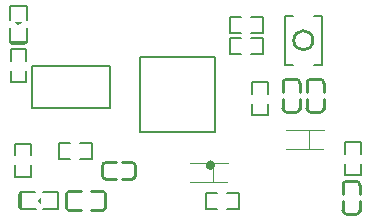
<source format=gbo>
G04 Layer: BottomSilkscreenLayer*
G04 EasyEDA v6.5.48, 2025-02-22 14:07:37*
G04 17b28a04ad434079b4a69dc4657e0bf9,f2e2a8b566e441589a5ce94012aa69ba,10*
G04 Gerber Generator version 0.2*
G04 Scale: 100 percent, Rotated: No, Reflected: No *
G04 Dimensions in millimeters *
G04 leading zeros omitted , absolute positions ,4 integer and 5 decimal *
%FSLAX45Y45*%
%MOMM*%

%ADD10C,0.2540*%
%ADD11C,0.1524*%
%ADD12C,0.1500*%
%ADD13C,0.2000*%
%ADD14C,0.1520*%
%ADD15C,0.0800*%
%ADD16C,0.4000*%

%LPD*%
G36*
X-3558082Y1688388D02*
G01*
X-3630117Y1687423D01*
X-3594100Y1662430D01*
G37*
G36*
X-3405276Y213817D02*
G01*
X-3430270Y177800D01*
X-3404311Y141833D01*
G37*
D10*
X-2715181Y360842D02*
G01*
X-2635183Y360842D01*
X-2771226Y360796D02*
G01*
X-2851223Y360796D01*
X-2715181Y502810D02*
G01*
X-2635183Y502810D01*
X-2771226Y502762D02*
G01*
X-2851223Y502762D01*
X-2604208Y391825D02*
G01*
X-2604208Y471830D01*
X-2882201Y471777D02*
G01*
X-2882201Y391774D01*
D11*
X-3489939Y478078D02*
G01*
X-3489939Y382191D01*
X-3622060Y382191D01*
X-3622060Y478078D01*
X-3489939Y563321D02*
G01*
X-3489939Y659208D01*
X-3622060Y659208D01*
X-3622060Y563321D01*
X-1706321Y1597639D02*
G01*
X-1802208Y1597639D01*
X-1802208Y1729760D01*
X-1706321Y1729760D01*
X-1621078Y1597639D02*
G01*
X-1525191Y1597639D01*
X-1525191Y1729760D01*
X-1621078Y1729760D01*
X-3528039Y1278178D02*
G01*
X-3528039Y1182291D01*
X-3660160Y1182291D01*
X-3660160Y1278178D01*
X-3528039Y1363421D02*
G01*
X-3528039Y1459308D01*
X-3660160Y1459308D01*
X-3660160Y1363421D01*
X-1483339Y998778D02*
G01*
X-1483339Y902891D01*
X-1615460Y902891D01*
X-1615460Y998778D01*
X-1483339Y1084021D02*
G01*
X-1483339Y1179908D01*
X-1615460Y1179908D01*
X-1615460Y1084021D01*
X-3154121Y530839D02*
G01*
X-3250008Y530839D01*
X-3250008Y662960D01*
X-3154121Y662960D01*
X-3068878Y530839D02*
G01*
X-2972991Y530839D01*
X-2972991Y662960D01*
X-3068878Y662960D01*
X-695939Y490778D02*
G01*
X-695939Y394891D01*
X-828060Y394891D01*
X-828060Y490778D01*
X-695939Y576021D02*
G01*
X-695939Y671908D01*
X-828060Y671908D01*
X-828060Y576021D01*
D12*
X-3667099Y1639399D02*
G01*
X-3667099Y1524401D01*
X-3522101Y1524401D01*
X-3522101Y1644401D01*
X-3521100Y1706399D02*
G01*
X-3521100Y1830400D01*
X-3666098Y1830400D01*
X-3666098Y1706399D01*
X-3667099Y1524401D02*
G01*
X-3667099Y1521399D01*
X-3647099Y1501399D01*
X-3545100Y1501399D01*
X-3542101Y1504401D01*
X-3522101Y1524401D01*
D11*
X-1338719Y1329080D02*
G01*
X-1338719Y1744319D01*
X-1023480Y1329080D02*
G01*
X-1092779Y1329080D01*
X-1338719Y1329080D02*
G01*
X-1269420Y1329080D01*
X-1338719Y1744319D02*
G01*
X-1269420Y1744319D01*
X-1023480Y1329080D02*
G01*
X-1023480Y1744319D01*
X-1023480Y1744319D02*
G01*
X-1092779Y1744319D01*
D13*
X-2047908Y1399501D02*
G01*
X-1927918Y1399501D01*
X-1927918Y759523D01*
X-2567896Y759523D01*
X-2567896Y1399501D01*
X-2007903Y1399501D01*
D14*
X-2819603Y1323009D02*
G01*
X-3479596Y1323009D01*
X-3479596Y963015D01*
X-2819603Y963015D01*
X-2819603Y1323009D01*
D11*
X-1909521Y111739D02*
G01*
X-2005408Y111739D01*
X-2005408Y243860D01*
X-1909521Y243860D01*
X-1824278Y111739D02*
G01*
X-1728391Y111739D01*
X-1728391Y243860D01*
X-1824278Y243860D01*
D12*
X-3453300Y250799D02*
G01*
X-3568298Y250799D01*
X-3568298Y105801D01*
X-3448298Y105801D01*
X-3386300Y104800D02*
G01*
X-3262299Y104800D01*
X-3262299Y249798D01*
X-3386300Y249798D01*
X-3568298Y250799D02*
G01*
X-3571300Y250799D01*
X-3591300Y230799D01*
X-3591300Y128800D01*
X-3588298Y125801D01*
X-3568298Y105801D01*
D15*
X-1010920Y618489D02*
G01*
X-1325879Y618489D01*
X-1008379Y778510D02*
G01*
X-1328420Y778510D01*
X-1136050Y618489D02*
G01*
X-1136423Y778510D01*
X-1823720Y339089D02*
G01*
X-2138679Y339089D01*
X-1821179Y499110D02*
G01*
X-2141220Y499110D01*
X-1948850Y339089D02*
G01*
X-1949223Y499110D01*
D10*
X-3187600Y237802D02*
G01*
X-3187600Y117800D01*
X-2982602Y257802D02*
G01*
X-2882600Y257802D01*
X-2982602Y97797D02*
G01*
X-2882600Y97797D01*
X-3062610Y257802D02*
G01*
X-3162599Y257802D01*
X-3062610Y97797D02*
G01*
X-3162599Y97797D01*
X-2857599Y237802D02*
G01*
X-2857599Y117800D01*
X-2877599Y257802D02*
G01*
X-2882600Y257802D01*
X-2877601Y97797D02*
G01*
X-2882600Y97797D01*
X-3167600Y257802D02*
G01*
X-3162599Y257802D01*
X-3167598Y97797D02*
G01*
X-3162599Y97797D01*
X-703742Y231218D02*
G01*
X-703742Y311216D01*
X-703696Y175173D02*
G01*
X-703696Y95176D01*
X-845710Y231218D02*
G01*
X-845710Y311216D01*
X-845662Y175173D02*
G01*
X-845662Y95176D01*
X-734725Y342191D02*
G01*
X-814730Y342191D01*
X-814677Y64198D02*
G01*
X-734674Y64198D01*
D11*
X-1706321Y1419839D02*
G01*
X-1802208Y1419839D01*
X-1802208Y1551960D01*
X-1706321Y1551960D01*
X-1621078Y1419839D02*
G01*
X-1525191Y1419839D01*
X-1525191Y1551960D01*
X-1621078Y1551960D01*
D10*
X-1008542Y1094818D02*
G01*
X-1008542Y1174816D01*
X-1008496Y1038773D02*
G01*
X-1008496Y958776D01*
X-1150510Y1094818D02*
G01*
X-1150510Y1174816D01*
X-1150462Y1038773D02*
G01*
X-1150462Y958776D01*
X-1039525Y1205791D02*
G01*
X-1119530Y1205791D01*
X-1119477Y927798D02*
G01*
X-1039474Y927798D01*
X-1211742Y1094818D02*
G01*
X-1211742Y1174816D01*
X-1211696Y1038773D02*
G01*
X-1211696Y958776D01*
X-1353710Y1094818D02*
G01*
X-1353710Y1174816D01*
X-1353662Y1038773D02*
G01*
X-1353662Y958776D01*
X-1242725Y1205791D02*
G01*
X-1322730Y1205791D01*
X-1322677Y927798D02*
G01*
X-1242674Y927798D01*
G75*
G01*
X-2851219Y502763D02*
G03*
X-2882201Y471777I0J-30983D01*
G75*
G01*
X-2882201Y391780D02*
G03*
X-2851219Y360797I30982J0D01*
G75*
G01*
X-2635189Y360843D02*
G03*
X-2604209Y391825I-3J30982D01*
G75*
G01*
X-2604209Y471823D02*
G03*
X-2635189Y502811I-30983J5D01*
D16*
G75*
G01*
X-1967654Y499514D02*
G02*
X-1968162Y499514I-254J-19998D01*
D10*
G75*
G01*
X-2857599Y237802D02*
G03*
X-2877599Y257802I-20000J0D01*
G75*
G01*
X-2857599Y117800D02*
G02*
X-2877602Y97798I-20003J0D01*
G75*
G01*
X-3187601Y237802D02*
G02*
X-3167601Y257802I20000J0D01*
G75*
G01*
X-3187601Y117800D02*
G03*
X-3167598Y97798I20003J0D01*
G75*
G01*
X-845663Y95181D02*
G03*
X-814677Y64199I30983J0D01*
G75*
G01*
X-734680Y64199D02*
G03*
X-703697Y95181I0J30982D01*
G75*
G01*
X-703743Y311211D02*
G03*
X-734725Y342191I-30982J-3D01*
G75*
G01*
X-814723Y342191D02*
G03*
X-845711Y311211I-5J-30983D01*
G75*
G01*
X-1150463Y958781D02*
G03*
X-1119477Y927799I30983J0D01*
G75*
G01*
X-1039480Y927799D02*
G03*
X-1008497Y958781I0J30982D01*
G75*
G01*
X-1008543Y1174811D02*
G03*
X-1039525Y1205791I-30982J-3D01*
G75*
G01*
X-1119523Y1205791D02*
G03*
X-1150511Y1174811I-5J-30983D01*
G75*
G01*
X-1353663Y958781D02*
G03*
X-1322677Y927799I30983J0D01*
G75*
G01*
X-1242680Y927799D02*
G03*
X-1211697Y958781I0J30982D01*
G75*
G01*
X-1211743Y1174811D02*
G03*
X-1242725Y1205791I-30982J-3D01*
G75*
G01*
X-1322723Y1205791D02*
G03*
X-1353711Y1174811I-5J-30983D01*
G75*
G01
X-1099769Y1536700D02*
G03X-1099769Y1536700I-81331J0D01*
M02*

</source>
